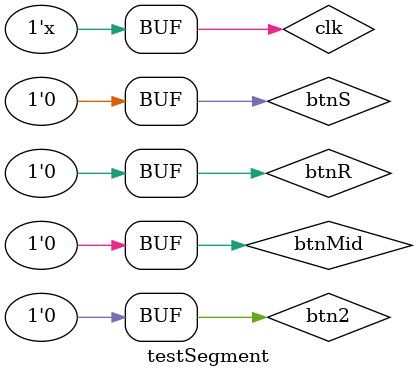
<source format=v>
`timescale 1ns / 1ps


module testSegment;

	// Inputs
	reg clk;
	reg btnR;
	reg btnS;
	reg btn2;
	reg btnMid;

	// Outputs
	wire [7:0] seg;
	wire [3:0] an;

	// Instantiate the Unit Under Test (UUT)
	sevenSegment uut (
		.clk(clk), 
		.btnR(btnR), 
		.btnS(btnS), 
		.btn2(btn2), 
		.btnMid(btnMid),
		.seg(seg), 
		.an(an)
	);

	initial begin
		// Initialize Inputs
		clk = 0;
		btnR = 0;
		btnS = 0;
		btn2 = 0;
		btnMid = 0;

		// Wait 100 ns for global reset to finish
		#100;
		
//		// test for blinking lights
//		
//		// turn on ADJ
//		btn2 = 1;
//		
//		#1000;
//		
//		// turn off ADJ
//		btn2 = 0;

//		// test for pause button
//		
//		#10000;
//
//		btnMid = 1;
//		#10;
//		btnMid = 0;
//		
//		#10000;
//		
//		btnMid = 1;
        
		// Add stimulus here

	end
	
	always begin
		#1 clk = ~clk;
	end
      
endmodule


</source>
